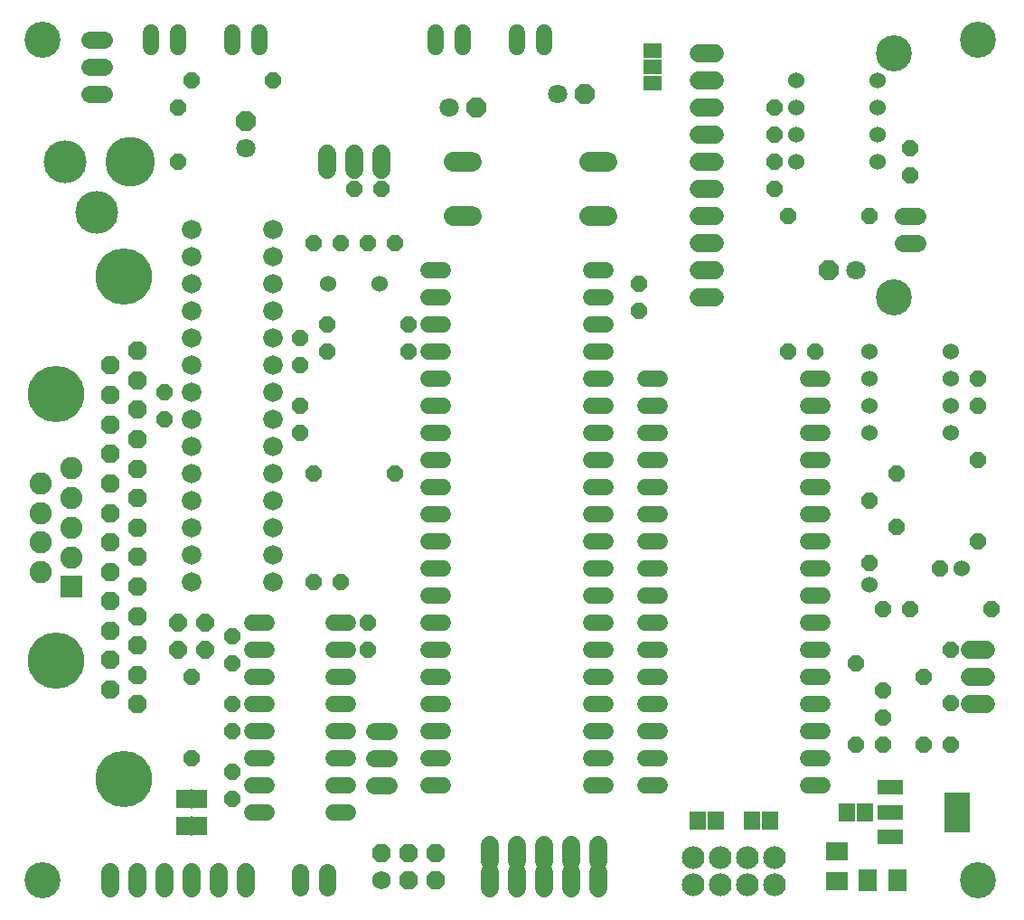
<source format=gts>
G75*
%MOIN*%
%OFA0B0*%
%FSLAX24Y24*%
%IPPOS*%
%LPD*%
%AMOC8*
5,1,8,0,0,1.08239X$1,22.5*
%
%ADD10C,0.1330*%
%ADD11OC8,0.0600*%
%ADD12C,0.0600*%
%ADD13R,0.0710X0.0540*%
%ADD14C,0.0680*%
%ADD15C,0.0680*%
%ADD16OC8,0.0680*%
%ADD17C,0.0720*%
%ADD18C,0.2080*%
%ADD19C,0.1830*%
%ADD20C,0.1580*%
%ADD21C,0.0740*%
%ADD22OC8,0.0640*%
%ADD23C,0.0640*%
%ADD24OC8,0.0710*%
%ADD25C,0.0710*%
%ADD26C,0.0600*%
%ADD27C,0.0840*%
%ADD28R,0.0960X0.0560*%
%ADD29R,0.0946X0.1497*%
%ADD30R,0.0789X0.0710*%
%ADD31R,0.0710X0.0789*%
%ADD32R,0.0592X0.0671*%
%ADD33R,0.0820X0.0820*%
%ADD34C,0.0820*%
%ADD35R,0.0540X0.0710*%
%ADD36R,0.0060X0.0720*%
D10*
X005863Y001680D03*
X037263Y023180D03*
X037263Y032180D03*
X040363Y032680D03*
X005863Y032680D03*
X040363Y001680D03*
D11*
X039363Y006680D03*
X038363Y006680D03*
X036863Y006680D03*
X035863Y006680D03*
X036863Y007680D03*
X036863Y008680D03*
X035863Y009680D03*
X036863Y011680D03*
X037863Y011680D03*
X039363Y010170D03*
X038363Y009180D03*
X039363Y008190D03*
X040863Y011680D03*
X038963Y013180D03*
X040363Y014180D03*
X037363Y014690D03*
X036363Y015680D03*
X037363Y016670D03*
X040363Y017180D03*
X040363Y019180D03*
X040363Y020180D03*
X034363Y021180D03*
X033363Y021180D03*
X027863Y022680D03*
X027863Y023680D03*
X032863Y027180D03*
X032863Y028180D03*
X032863Y029180D03*
X032863Y030180D03*
X033363Y026180D03*
X036363Y026180D03*
X037863Y027680D03*
X037863Y028680D03*
X019363Y022180D03*
X019363Y021180D03*
X016363Y021180D03*
X015363Y021680D03*
X016363Y022180D03*
X015363Y020680D03*
X015363Y019180D03*
X015363Y018180D03*
X015863Y016680D03*
X018863Y016680D03*
X016863Y012680D03*
X015863Y012680D03*
X017863Y011180D03*
X017863Y010180D03*
X012863Y009680D03*
X012863Y010680D03*
X011363Y009180D03*
X012863Y008180D03*
X012863Y007180D03*
X011363Y006180D03*
X012863Y005680D03*
X012863Y004680D03*
X010363Y018680D03*
X010363Y019680D03*
X015863Y025180D03*
X016863Y025180D03*
X017863Y025180D03*
X018863Y025180D03*
X018363Y027180D03*
X017363Y027180D03*
X014363Y031180D03*
X011363Y031180D03*
X010863Y030180D03*
X010863Y028180D03*
X036363Y013380D03*
D12*
X034623Y013180D02*
X034103Y013180D01*
X034103Y012180D02*
X034623Y012180D01*
X034623Y011180D02*
X034103Y011180D01*
X034103Y010180D02*
X034623Y010180D01*
X034623Y009180D02*
X034103Y009180D01*
X034103Y008180D02*
X034623Y008180D01*
X034623Y007180D02*
X034103Y007180D01*
X034103Y006180D02*
X034623Y006180D01*
X034623Y005180D02*
X034103Y005180D01*
X028623Y005180D02*
X028103Y005180D01*
X028103Y006180D02*
X028623Y006180D01*
X028623Y007180D02*
X028103Y007180D01*
X028103Y008180D02*
X028623Y008180D01*
X028623Y009180D02*
X028103Y009180D01*
X028103Y010180D02*
X028623Y010180D01*
X028623Y011180D02*
X028103Y011180D01*
X028103Y012180D02*
X028623Y012180D01*
X028623Y013180D02*
X028103Y013180D01*
X028103Y014180D02*
X028623Y014180D01*
X028623Y015180D02*
X028103Y015180D01*
X028103Y016180D02*
X028623Y016180D01*
X028623Y017180D02*
X028103Y017180D01*
X028103Y018180D02*
X028623Y018180D01*
X028623Y019180D02*
X028103Y019180D01*
X028103Y020180D02*
X028623Y020180D01*
X026623Y020180D02*
X026103Y020180D01*
X026103Y019180D02*
X026623Y019180D01*
X026623Y018180D02*
X026103Y018180D01*
X026103Y017180D02*
X026623Y017180D01*
X026623Y016180D02*
X026103Y016180D01*
X026103Y015180D02*
X026623Y015180D01*
X026623Y014180D02*
X026103Y014180D01*
X026103Y013180D02*
X026623Y013180D01*
X026623Y012180D02*
X026103Y012180D01*
X026103Y011180D02*
X026623Y011180D01*
X026623Y010180D02*
X026103Y010180D01*
X026103Y009180D02*
X026623Y009180D01*
X026623Y008180D02*
X026103Y008180D01*
X026103Y007180D02*
X026623Y007180D01*
X026623Y006180D02*
X026103Y006180D01*
X026103Y005180D02*
X026623Y005180D01*
X020623Y005180D02*
X020103Y005180D01*
X020103Y006180D02*
X020623Y006180D01*
X020623Y007180D02*
X020103Y007180D01*
X020103Y008180D02*
X020623Y008180D01*
X020623Y009180D02*
X020103Y009180D01*
X020103Y010180D02*
X020623Y010180D01*
X020623Y011180D02*
X020103Y011180D01*
X020103Y012180D02*
X020623Y012180D01*
X020623Y013180D02*
X020103Y013180D01*
X020103Y014180D02*
X020623Y014180D01*
X020623Y015180D02*
X020103Y015180D01*
X020103Y016180D02*
X020623Y016180D01*
X020623Y017180D02*
X020103Y017180D01*
X020103Y018180D02*
X020623Y018180D01*
X020623Y019180D02*
X020103Y019180D01*
X020103Y020180D02*
X020623Y020180D01*
X020623Y021180D02*
X020103Y021180D01*
X020103Y022180D02*
X020623Y022180D01*
X020623Y023180D02*
X020103Y023180D01*
X020103Y024180D02*
X020623Y024180D01*
X026103Y024180D02*
X026623Y024180D01*
X026623Y023180D02*
X026103Y023180D01*
X026103Y022180D02*
X026623Y022180D01*
X026623Y021180D02*
X026103Y021180D01*
X034103Y020180D02*
X034623Y020180D01*
X034623Y019180D02*
X034103Y019180D01*
X034103Y018180D02*
X034623Y018180D01*
X034623Y017180D02*
X034103Y017180D01*
X034103Y016180D02*
X034623Y016180D01*
X034623Y015180D02*
X034103Y015180D01*
X034103Y014180D02*
X034623Y014180D01*
X017123Y011180D02*
X016603Y011180D01*
X016603Y010180D02*
X017123Y010180D01*
X017123Y009180D02*
X016603Y009180D01*
X016603Y008180D02*
X017123Y008180D01*
X017123Y007180D02*
X016603Y007180D01*
X016603Y006180D02*
X017123Y006180D01*
X017123Y005180D02*
X016603Y005180D01*
X016603Y004180D02*
X017123Y004180D01*
X014123Y004180D02*
X013603Y004180D01*
X013603Y005180D02*
X014123Y005180D01*
X014123Y006180D02*
X013603Y006180D01*
X013603Y007180D02*
X014123Y007180D01*
X014123Y008180D02*
X013603Y008180D01*
X013603Y009180D02*
X014123Y009180D01*
X014123Y010180D02*
X013603Y010180D01*
X013603Y011180D02*
X014123Y011180D01*
X013863Y032420D02*
X013863Y032940D01*
X012863Y032940D02*
X012863Y032420D01*
X010863Y032420D02*
X010863Y032940D01*
X009863Y032940D02*
X009863Y032420D01*
X020363Y032420D02*
X020363Y032940D01*
X021363Y032940D02*
X021363Y032420D01*
X023363Y032420D02*
X023363Y032940D01*
X024363Y032940D02*
X024363Y032420D01*
D13*
X028363Y032280D03*
X028363Y031680D03*
X028363Y031080D03*
D14*
X030063Y031180D02*
X030663Y031180D01*
X030663Y030180D02*
X030063Y030180D01*
X030063Y029180D02*
X030663Y029180D01*
X030663Y028180D02*
X030063Y028180D01*
X030063Y027180D02*
X030663Y027180D01*
X030663Y026180D02*
X030063Y026180D01*
X030063Y025180D02*
X030663Y025180D01*
X030663Y024180D02*
X030063Y024180D01*
X030063Y023180D02*
X030663Y023180D01*
X030663Y032180D02*
X030063Y032180D01*
X018363Y028480D02*
X018363Y027880D01*
X017363Y027880D02*
X017363Y028480D01*
X016363Y028480D02*
X016363Y027880D01*
X040063Y010180D02*
X040663Y010180D01*
X040663Y009180D02*
X040063Y009180D01*
X040063Y008180D02*
X040663Y008180D01*
X026363Y002980D02*
X026363Y002380D01*
X026363Y001980D02*
X026363Y001380D01*
X025363Y001380D02*
X025363Y001980D01*
X025363Y002380D02*
X025363Y002980D01*
X024363Y002980D02*
X024363Y002380D01*
X024363Y001980D02*
X024363Y001380D01*
X023363Y001380D02*
X023363Y001980D01*
X023363Y002380D02*
X023363Y002980D01*
X022363Y002980D02*
X022363Y002380D01*
X022363Y001980D02*
X022363Y001380D01*
X013363Y001380D02*
X013363Y001980D01*
X012363Y001980D02*
X012363Y001380D01*
X011363Y001380D02*
X011363Y001980D01*
X010363Y001980D02*
X010363Y001380D01*
X009363Y001380D02*
X009363Y001980D01*
X008363Y001980D02*
X008363Y001380D01*
D15*
X018363Y001680D03*
D16*
X018363Y002680D03*
X019363Y002680D03*
X020363Y002680D03*
X020363Y001680D03*
X019363Y001680D03*
X009363Y008160D03*
X009363Y009250D03*
X008363Y009790D03*
X008363Y008700D03*
X009363Y010330D03*
X009363Y011420D03*
X009363Y012510D03*
X009363Y013590D03*
X009363Y014680D03*
X009363Y015770D03*
X008363Y016310D03*
X008363Y015220D03*
X008363Y014140D03*
X008363Y013050D03*
X008363Y011960D03*
X008363Y010880D03*
X009363Y016850D03*
X009363Y017940D03*
X009363Y019030D03*
X009363Y020110D03*
X009363Y021200D03*
X008363Y020660D03*
X008363Y019570D03*
X008363Y018480D03*
X008363Y017400D03*
D17*
X011363Y017680D03*
X011363Y016680D03*
X011363Y015680D03*
X011363Y014680D03*
X011363Y013680D03*
X011363Y012680D03*
X014363Y012680D03*
X014363Y013680D03*
X014363Y014680D03*
X014363Y015680D03*
X014363Y016680D03*
X014363Y017680D03*
X014363Y018680D03*
X014363Y019680D03*
X014363Y020680D03*
X014363Y021680D03*
X014363Y022680D03*
X014363Y023680D03*
X014363Y024680D03*
X014363Y025680D03*
X011363Y025680D03*
X011363Y024680D03*
X011363Y023680D03*
X011363Y022680D03*
X011363Y021680D03*
X011363Y020680D03*
X011363Y019680D03*
X011363Y018680D03*
D18*
X006363Y019601D03*
X008863Y023940D03*
X006363Y009759D03*
X008863Y005420D03*
D19*
X009084Y028180D03*
D20*
X007863Y026290D03*
X006682Y028180D03*
D21*
X021033Y028180D02*
X021693Y028180D01*
X021693Y026180D02*
X021033Y026180D01*
X026033Y026180D02*
X026693Y026180D01*
X026693Y028180D02*
X026033Y028180D01*
D22*
X011863Y011180D03*
X010863Y011180D03*
X010863Y010180D03*
X011863Y010180D03*
D23*
X018083Y007180D02*
X018643Y007180D01*
X018643Y006180D02*
X018083Y006180D01*
X018083Y005180D02*
X018643Y005180D01*
X016363Y001960D02*
X016363Y001400D01*
X015363Y001400D02*
X015363Y001960D01*
X037583Y025180D02*
X038143Y025180D01*
X038143Y026180D02*
X037583Y026180D01*
X008143Y030680D02*
X007583Y030680D01*
X007583Y031680D02*
X008143Y031680D01*
X008143Y032680D02*
X007583Y032680D01*
D24*
X013363Y029680D03*
X021863Y030180D03*
X025863Y030680D03*
X034863Y024180D03*
D25*
X035863Y024180D03*
X024863Y030680D03*
X020863Y030180D03*
X013363Y028680D03*
D26*
X016413Y023680D03*
X018313Y023680D03*
X033663Y028180D03*
X033663Y029180D03*
X033663Y030180D03*
X033663Y031180D03*
X036663Y031180D03*
X036663Y030180D03*
X036663Y029180D03*
X036663Y028180D03*
X036363Y021180D03*
X036363Y020180D03*
X036363Y019180D03*
X036363Y018180D03*
X039363Y018180D03*
X039363Y019180D03*
X039363Y020180D03*
X039363Y021180D03*
X039763Y013180D03*
X036363Y012580D03*
D27*
X032863Y002498D03*
X031863Y002498D03*
X030863Y002498D03*
X029863Y002498D03*
X029863Y001498D03*
X030863Y001498D03*
X031863Y001498D03*
X032863Y001498D03*
D28*
X037143Y003270D03*
X037143Y004180D03*
X037143Y005090D03*
D29*
X039583Y004180D03*
D30*
X035163Y002731D03*
X035163Y001629D03*
D31*
X036312Y001680D03*
X037414Y001680D03*
D32*
X036198Y004180D03*
X035529Y004180D03*
X032698Y003880D03*
X032029Y003880D03*
X030698Y003880D03*
X030029Y003880D03*
D33*
X006922Y012499D03*
D34*
X006922Y013589D03*
X006922Y014680D03*
X006922Y015771D03*
X005804Y016314D03*
X005804Y015223D03*
X005804Y014137D03*
X005804Y013046D03*
X006922Y016861D03*
D35*
X011063Y004680D03*
X011663Y004680D03*
X011663Y003680D03*
X011063Y003680D03*
D36*
X011363Y003680D03*
X011363Y004680D03*
M02*

</source>
